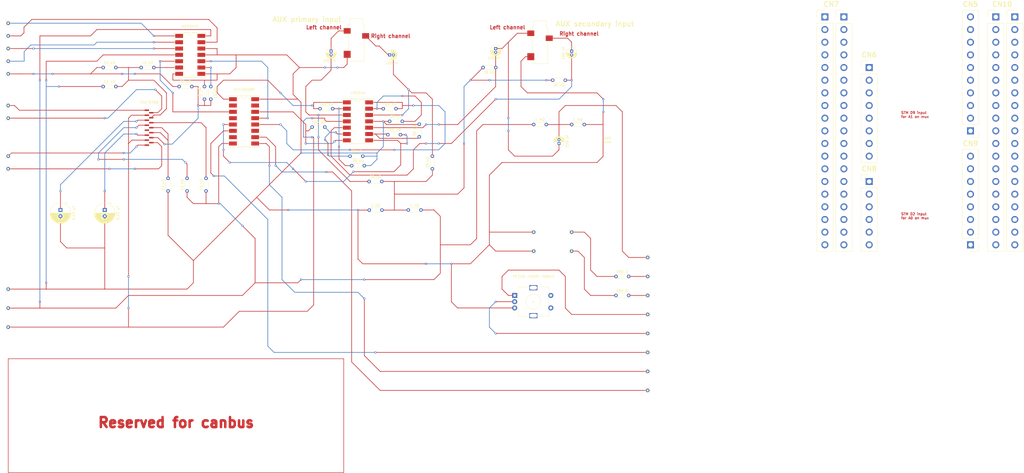
<source format=kicad_pcb>
(kicad_pcb (version 20221018) (generator pcbnew)
  (layers (0 "F.Cu" signal) (31 "B.Cu" signal) (34 "B.Paste" user) (35 "F.Paste" user) (36 "B.SilkS" user "B.Silkscreen") (37 "F.SilkS" user "F.Silkscreen") (38 "B.Mask" user) (39 "F.Mask" user) (44 "Edge.Cuts" user))
  (net 0 "")
  (footprint "Resistor_THT:R_Axial_DIN0204_L3.6mm_D1.6mm_P5.08mm_Horizontal" (layer "F.Cu") (at 238.76 38.1 180)
    (fp_text reference "39 kΩ")
    (fp_text value "R_Axial_DIN0204_L3.6mm_D1.6mm_P5.08mm_Horizontal" hide)
  )
  (footprint "Connector_Pin:Pin_D0.7mm_L6.5mm_W1.8mm_FlatFork" (layer "F.Cu") (at 15.24 129.54)
    (fp_text reference "REF**" hide)
    (fp_text value "Pin_D0.7mm_L6.5mm_W1.8mm_FlatFork" hide)
  )
  (footprint "Connector_Pin:Pin_D0.7mm_L6.5mm_W1.8mm_FlatFork" (layer "F.Cu") (at 271.78 109.22)
    (fp_text reference "REF**" hide)
    (fp_text value "Pin_D0.7mm_L6.5mm_W1.8mm_FlatFork" hide)
  )
  (footprint "Connector_Pin:Pin_D0.7mm_L6.5mm_W1.8mm_FlatFork" (layer "F.Cu") (at 271.78 162.56)
    (fp_text reference "REF**" hide)
    (fp_text value "Pin_D0.7mm_L6.5mm_W1.8mm_FlatFork" hide)
  )
  (footprint "Resistor_THT:R_Axial_DIN0204_L3.6mm_D1.6mm_P5.08mm_Horizontal" (layer "F.Cu") (at 96.52 40.64 -90)
    (fp_text reference "10 kΩ")
    (fp_text value "R_Axial_DIN0204_L3.6mm_D1.6mm_P5.08mm_Horizontal" hide)
  )
  (footprint "Connector_Audio:Jack_3.5mm_CUI_SJ-3523-SMT_Horizontal" (layer "F.Cu") (at 228.6 22.86)
    (fp_text reference "AUX secondary input")
    (fp_text value "Jack_3.5mm_CUI_SJ-3523-SMT_Horizontal" hide)
  )
  (footprint "Resistor_THT:R_Axial_DIN0204_L3.6mm_D1.6mm_P5.08mm_Horizontal" (layer "F.Cu") (at 94.615 82.55 90)
    (fp_text reference "10 kΩ")
    (fp_text value "R_Axial_DIN0204_L3.6mm_D1.6mm_P5.08mm_Horizontal" hide)
  )
  (footprint "Connector_Pin:Pin_D0.7mm_L6.5mm_W1.8mm_FlatFork" (layer "F.Cu") (at 15.24 35.56)
    (fp_text reference "REF**" hide)
    (fp_text value "Pin_D0.7mm_L6.5mm_W1.8mm_FlatFork" hide)
  )
  (footprint "Resistor_THT:R_Axial_DIN0204_L3.6mm_D1.6mm_P5.08mm_Horizontal" (layer "F.Cu") (at 175.768113 90.173468)
    (fp_text reference "4 kΩ")
    (fp_text value "R_Axial_DIN0204_L3.6mm_D1.6mm_P5.08mm_Horizontal" hide)
  )
  (footprint "Capacitor_THT:CP_Radial_D4.0mm_P1.50mm" (layer "F.Cu") (at 210.82 25.4 -90)
    (fp_text reference "100 nf")
    (fp_text value "CP_Radial_D4.0mm_P1.50mm" hide)
  )
  (footprint "Connector_Samtec_HPM_THT:Samtec_HPM-19-05-x-S_Straight_1x19_Pitch5.08mm" (layer "F.Cu") (at 419.1 12.705)
    (fp_text reference "CN10")
    (fp_text value "Samtec_HPM-19-05-x-S_Straight_1x19_Pitch5.08mm" hide)
  )
  (footprint "Connector_Pin:Pin_D0.7mm_L6.5mm_W1.8mm_FlatFork" (layer "F.Cu") (at 271.78 116.84)
    (fp_text reference "REF**" hide)
    (fp_text value "Pin_D0.7mm_L6.5mm_W1.8mm_FlatFork" hide)
  )
  (footprint "Resistor_THT:R_Axial_DIN0204_L3.6mm_D1.6mm_P5.08mm_Horizontal" (layer "F.Cu") (at 137.184279 56.898461)
    (fp_text reference "100 kΩ")
    (fp_text value "R_Axial_DIN0204_L3.6mm_D1.6mm_P5.08mm_Horizontal" hide)
  )
  (footprint "Connector_Samtec_HPM_THT:Samtec_HPM-10-05-x-S_Straight_1x10_Pitch5.08mm" (layer "F.Cu") (at 401.32 58.42 180)
    (fp_text reference "CN5")
    (fp_text value "Samtec_HPM-10-05-x-S_Straight_1x10_Pitch5.08mm" hide)
  )
  (footprint "Resistor_THT:R_Axial_DIN0204_L3.6mm_D1.6mm_P5.08mm_Horizontal" (layer "F.Cu") (at 168.275 54.61)
    (fp_text reference "39 kΩ")
    (fp_text value "R_Axial_DIN0204_L3.6mm_D1.6mm_P5.08mm_Horizontal" hide)
  )
  (footprint "Connector_Pin:Pin_D0.7mm_L6.5mm_W1.8mm_FlatFork" (layer "F.Cu") (at 15.24 137.16)
    (fp_text reference "REF**" hide)
    (fp_text value "Pin_D0.7mm_L6.5mm_W1.8mm_FlatFork" hide)
  )
  (footprint "Resistor_THT:R_Axial_DIN0204_L3.6mm_D1.6mm_P5.08mm_Horizontal" (layer "F.Cu") (at 180.176076 60.818788 90)
    (fp_text reference "39 kΩ")
    (fp_text value "R_Axial_DIN0204_L3.6mm_D1.6mm_P5.08mm_Horizontal" hide)
  )
  (footprint "Resistor_THT:R_Axial_DIN0204_L3.6mm_D1.6mm_P5.08mm_Horizontal" (layer "F.Cu") (at 160.104479 90.225163)
    (fp_text reference "1 kΩ")
    (fp_text value "R_Axial_DIN0204_L3.6mm_D1.6mm_P5.08mm_Horizontal" hide)
  )
  (footprint "Resistor_THT:R_Axial_DIN0204_L3.6mm_D1.6mm_P5.08mm_Horizontal" (layer "F.Cu") (at 153.035 72.39)
    (fp_text reference "39 kΩ")
    (fp_text value "R_Axial_DIN0204_L3.6mm_D1.6mm_P5.08mm_Horizontal" hide)
  )
  (footprint "Connector_Pin:Pin_D0.7mm_L6.5mm_W1.8mm_FlatFork" (layer "F.Cu") (at 271.78 154.94)
    (fp_text reference "REF**" hide)
    (fp_text value "Pin_D0.7mm_L6.5mm_W1.8mm_FlatFork" hide)
  )
  (footprint "Resistor_THT:R_Axial_DIN0204_L3.6mm_D1.6mm_P5.08mm_Horizontal" (layer "F.Cu") (at 93.98 45.72 90)
    (fp_text reference "10 kΩ")
    (fp_text value "R_Axial_DIN0204_L3.6mm_D1.6mm_P5.08mm_Horizontal" hide)
  )
  (footprint "Resistor_THT:R_Axial_DIN0204_L3.6mm_D1.6mm_P5.08mm_Horizontal" (layer "F.Cu") (at 160.02 78.74)
    (fp_text reference "39 kΩ")
    (fp_text value "R_Axial_DIN0204_L3.6mm_D1.6mm_P5.08mm_Horizontal" hide)
  )
  (footprint "Capacitor_THT:CP_Radial_D8.0mm_P2.50mm" (layer "F.Cu") (at 53.975 90.17 -90)
    (fp_text reference "0.22 μf")
    (fp_text value "CP_Radial_D8.0mm_P2.50mm" hide)
  )
  (footprint "Connector_Samtec_HPM_THT:Samtec_HPM-06-05-x-S_Straight_1x06_Pitch5.08mm" (layer "F.Cu") (at 360.68 78.74)
    (fp_text reference "CN8")
    (fp_text value "Samtec_HPM-06-05-x-S_Straight_1x06_Pitch5.08mm" hide)
  )
  (footprint "Resistor_THT:R_Axial_DIN0204_L3.6mm_D1.6mm_P5.08mm_Horizontal" (layer "F.Cu") (at 226.06 55.88)
    (fp_text reference "1 MΩ")
    (fp_text value "R_Axial_DIN0204_L3.6mm_D1.6mm_P5.08mm_Horizontal" hide)
  )
  (footprint "Connector_Pin:Pin_D0.7mm_L6.5mm_W1.8mm_FlatFork" (layer "F.Cu") (at 15.24 15.24)
    (fp_text reference "REF**" hide)
    (fp_text value "Pin_D0.7mm_L6.5mm_W1.8mm_FlatFork" hide)
  )
  (footprint "Capacitor_THT:CP_Radial_D4.0mm_P1.50mm" (layer "F.Cu") (at 144.78 26.44 -90)
    (fp_text reference "100 nf")
    (fp_text value "CP_Radial_D4.0mm_P1.50mm" hide)
  )
  (footprint "Connector_Pin:Pin_D0.7mm_L6.5mm_W1.8mm_FlatFork" (layer "F.Cu") (at 241.3 106.68)
    (fp_text reference "REF**" hide)
    (fp_text value "Pin_D0.7mm_L6.5mm_W1.8mm_FlatFork" hide)
  )
  (footprint "Package_DIP:DIP-14_W8.89mm_SMDSocket_LongPads" (layer "F.Cu") (at 88.265 27.94)
    (fp_text reference "MCP24X1")
    (fp_text value "DIP-14_W8.89mm_SMDSocket_LongPads" hide)
  )
  (footprint "Resistor_THT:R_Axial_DIN0204_L3.6mm_D1.6mm_P5.08mm_Horizontal" (layer "F.Cu") (at 185.42 73.66 90)
    (fp_text reference "39 kΩ")
    (fp_text value "R_Axial_DIN0204_L3.6mm_D1.6mm_P5.08mm_Horizontal" hide)
  )
  (footprint "Capacitor_THT:CP_Radial_D4.0mm_P1.50mm" (layer "F.Cu") (at 168.275 27.94)
    (fp_text reference "100 nf")
    (fp_text value "CP_Radial_D4.0mm_P1.50mm" hide)
  )
  (footprint "Connector_Pin:Pin_D0.7mm_L6.5mm_W1.8mm_FlatFork" (layer "F.Cu") (at 226.06 99.06)
    (fp_text reference "REF**" hide)
    (fp_text value "Pin_D0.7mm_L6.5mm_W1.8mm_FlatFork" hide)
  )
  (footprint "Rotary_Encoder:RotaryEncoder_Alps_EC11E-Switch_Vertical_H20mm" (layer "F.Cu") (at 218.44 124.46)
    (fp_text reference "PEC16-4020F-S0012")
    (fp_text value "RotaryEncoder_Alps_EC11E-Switch_Vertical_H20mm" hide)
  )
  (footprint "Resistor_THT:R_Axial_DIN0204_L3.6mm_D1.6mm_P5.08mm_Horizontal" (layer "F.Cu") (at 53.34 40.64)
    (fp_text reference "10 kΩ")
    (fp_text value "R_Axial_DIN0204_L3.6mm_D1.6mm_P5.08mm_Horizontal" hide)
  )
  (footprint "Resistor_THT:R_Axial_DIN0204_L3.6mm_D1.6mm_P5.08mm_Horizontal" (layer "F.Cu") (at 165.735 49.53)
    (fp_text reference "100 kΩ")
    (fp_text value "R_Axial_DIN0204_L3.6mm_D1.6mm_P5.08mm_Horizontal" hide)
  )
  (footprint "Resistor_THT:R_Axial_DIN0204_L3.6mm_D1.6mm_P5.08mm_Horizontal" (layer "F.Cu") (at 152.4 68.58)
    (fp_text reference "39 kΩ")
    (fp_text value "R_Axial_DIN0204_L3.6mm_D1.6mm_P5.08mm_Horizontal" hide)
  )
  (footprint "Connector_Pin:Pin_D0.7mm_L6.5mm_W1.8mm_FlatFork" (layer "F.Cu") (at 241.3 99.06)
    (fp_text reference "REF**" hide)
    (fp_text value "Pin_D0.7mm_L6.5mm_W1.8mm_FlatFork" hide)
  )
  (footprint "Connector_Samtec_HPM_THT:Samtec_HPM-19-05-x-S_Straight_1x19_Pitch5.08mm" (layer "F.Cu") (at 342.9 12.7)
    (fp_text reference "REF**" hide)
    (fp_text value "Samtec_HPM-19-05-x-S_Straight_1x19_Pitch5.08mm" hide)
  )
  (footprint "Connector_Pin:Pin_D0.7mm_L6.5mm_W1.8mm_FlatFork" (layer "F.Cu") (at 271.78 124.46)
    (fp_text reference "REF**" hide)
    (fp_text value "Pin_D0.7mm_L6.5mm_W1.8mm_FlatFork" hide)
  )
  (footprint "Connector_Pin:Pin_D0.7mm_L6.5mm_W1.8mm_FlatFork" (layer "F.Cu") (at 271.78 147.32)
    (fp_text reference "REF**" hide)
    (fp_text value "Pin_D0.7mm_L6.5mm_W1.8mm_FlatFork" hide)
  )
  (footprint "Connector_Pin:Pin_D0.7mm_L6.5mm_W1.8mm_FlatFork" (layer "F.Cu") (at 15.24 25.4)
    (fp_text reference "REF**" hide)
    (fp_text value "Pin_D0.7mm_L6.5mm_W1.8mm_FlatFork" hide)
  )
  (footprint "Connector_Pin:Pin_D0.7mm_L6.5mm_W1.8mm_FlatFork" (layer "F.Cu") (at 271.78 132.08)
    (fp_text reference "REF**" hide)
    (fp_text value "Pin_D0.7mm_L6.5mm_W1.8mm_FlatFork" hide)
  )
  (footprint "Resistor_THT:R_Axial_DIN0204_L3.6mm_D1.6mm_P5.08mm_Horizontal" (layer "F.Cu") (at 79.375 82.55 90)
    (fp_text reference "22 kΩ")
    (fp_text value "R_Axial_DIN0204_L3.6mm_D1.6mm_P5.08mm_Horizontal" hide)
  )
  (footprint "Capacitor_THT:CP_Radial_D8.0mm_P2.50mm" (layer "F.Cu") (at 36.195 90.17 -90)
    (fp_text reference "0.22 μf")
    (fp_text value "CP_Radial_D8.0mm_P2.50mm" hide)
  )
  (footprint "Connector_Pin:Pin_D0.7mm_L6.5mm_W1.8mm_FlatFork" (layer "F.Cu") (at 15.24 73.66)
    (fp_text reference "REF**" hide)
    (fp_text value "Pin_D0.7mm_L6.5mm_W1.8mm_FlatFork" hide)
  )
  (footprint "Capacitor_THT:CP_Radial_D4.0mm_P1.50mm" (layer "F.Cu") (at 236.22 63.5 90)
    (fp_text reference "220 pf")
    (fp_text value "CP_Radial_D4.0mm_P1.50mm" hide)
  )
  (footprint "Connector_Pin:Pin_D0.7mm_L6.5mm_W1.8mm_FlatFork" (layer "F.Cu") (at 15.24 30.48)
    (fp_text reference "REF**" hide)
    (fp_text value "Pin_D0.7mm_L6.5mm_W1.8mm_FlatFork" hide)
  )
  (footprint "Connector_Pin:Pin_D0.7mm_L6.5mm_W1.8mm_FlatFork" (layer "F.Cu") (at 271.78 139.7)
    (fp_text reference "REF**" hide)
    (fp_text value "Pin_D0.7mm_L6.5mm_W1.8mm_FlatFork" hide)
  )
  (footprint "Connector_Pin:Pin_D0.7mm_L6.5mm_W1.8mm_FlatFork" (layer "F.Cu") (at 15.24 48.26)
    (fp_text reference "REF**" hide)
    (fp_text value "Pin_D0.7mm_L6.5mm_W1.8mm_FlatFork" hide)
  )
  (footprint "Connector_Pin:Pin_D0.7mm_L6.5mm_W1.8mm_FlatFork" (layer "F.Cu") (at 15.24 53.34)
    (fp_text reference "REF**" hide)
    (fp_text value "Pin_D0.7mm_L6.5mm_W1.8mm_FlatFork" hide)
  )
  (footprint "Connector_Samtec_HPM_THT:Samtec_HPM-08-05-x-S_Straight_1x08_Pitch5.08mm" (layer "F.Cu") (at 360.68 33.02)
    (fp_text reference "CN6")
    (fp_text value "Samtec_HPM-08-05-x-S_Straight_1x08_Pitch5.08mm" hide)
  )
  (footprint "Resistor_THT:R_Axial_DIN0204_L3.6mm_D1.6mm_P5.08mm_Horizontal" (layer "F.Cu") (at 83.82 40.64)
    (fp_text reference "33 kΩ")
    (fp_text value "R_Axial_DIN0204_L3.6mm_D1.6mm_P5.08mm_Horizontal" hide)
  )
  (footprint "Connector_Samtec_HPM_THT:Samtec_HPM-19-05-x-S_Straight_1x19_Pitch5.08mm" (layer "F.Cu") (at 350.52 12.705)
    (fp_text reference "CN7")
    (fp_text value "Samtec_HPM-19-05-x-S_Straight_1x19_Pitch5.08mm" hide)
  )
  (footprint "Capacitor_THT:CP_Radial_D4.0mm_P1.50mm" (layer "F.Cu") (at 241.3 26.44 -90)
    (fp_text reference "100 nf")
    (fp_text value "CP_Radial_D4.0mm_P1.50mm" hide)
  )
  (footprint "Connector_Pin:Pin_D0.7mm_L6.5mm_W1.8mm_FlatFork" (layer "F.Cu") (at 15.24 20.32)
    (fp_text reference "REF**" hide)
    (fp_text value "Pin_D0.7mm_L6.5mm_W1.8mm_FlatFork" hide)
  )
  (footprint "Connector_Audio:Jack_3.5mm_CUI_SJ-3523-SMT_Horizontal" (layer "F.Cu") (at 154.94 21.92)
    (fp_text reference "AUX primary input")
    (fp_text value "Jack_3.5mm_CUI_SJ-3523-SMT_Horizontal" hide)
  )
  (footprint "Resistor_THT:R_Axial_DIN0204_L3.6mm_D1.6mm_P5.08mm_Horizontal" (layer "F.Cu") (at 53.34 33.02)
    (fp_text reference "33 kΩ")
    (fp_text value "R_Axial_DIN0204_L3.6mm_D1.6mm_P5.08mm_Horizontal" hide)
  )
  (footprint "Resistor_THT:R_Axial_DIN0204_L3.6mm_D1.6mm_P5.08mm_Horizontal" (layer "F.Cu") (at 210.82 33.02 180)
    (fp_text reference "39 kΩ")
    (fp_text value "R_Axial_DIN0204_L3.6mm_D1.6mm_P5.08mm_Horizontal" hide)
  )
  (footprint "Connector_Pin:Pin_D0.7mm_L6.5mm_W1.8mm_FlatFork" (layer "F.Cu") (at 15.24 121.92)
    (fp_text reference "REF**" hide)
    (fp_text value "Pin_D0.7mm_L6.5mm_W1.8mm_FlatFork" hide)
  )
  (footprint "Connector_Pin:Pin_D0.7mm_L6.5mm_W1.8mm_FlatFork" (layer "F.Cu") (at 226.06 106.68)
    (fp_text reference "REF**" hide)
    (fp_text value "Pin_D0.7mm_L6.5mm_W1.8mm_FlatFork" hide)
  )
  (footprint "Connector_Samtec_HPM_THT:Samtec_HPM-19-05-x-S_Straight_1x19_Pitch5.08mm" (layer "F.Cu") (at 411.48 12.7)
    (fp_text reference "REF**" hide)
    (fp_text value "Samtec_HPM-19-05-x-S_Straight_1x19_Pitch5.08mm" hide)
  )
  (footprint "Connector_Samtec_HPM_THT:Samtec_HPM-08-05-x-S_Straight_1x08_Pitch5.08mm" (layer "F.Cu") (at 401.32 104.14 180)
    (fp_text reference "CN9")
    (fp_text value "Samtec_HPM-08-05-x-S_Straight_1x08_Pitch5.08mm" hide)
  )
  (footprint "Resistor_THT:R_Axial_DIN0204_L3.6mm_D1.6mm_P5.08mm_Horizontal" (layer "F.Cu") (at 167.540695 59.950993)
    (fp_text reference "100 kΩ")
    (fp_text value "R_Axial_DIN0204_L3.6mm_D1.6mm_P5.08mm_Horizontal" hide)
  )
  (footprint "Connector_Pin:Pin_D0.7mm_L6.5mm_W1.8mm_FlatFork" (layer "F.Cu") (at 15.24 68.58)
    (fp_text reference "REF**" hide)
    (fp_text value "Pin_D0.7mm_L6.5mm_W1.8mm_FlatFork" hide)
  )
  (footprint "Package_DIP:DIP-16_W8.89mm_SMDSocket_LongPads" (layer "F.Cu") (at 109.855 54.61)
    (fp_text reference "HEF4052BP")
    (fp_text value "DIP-16_W8.89mm_SMDSocket_LongPads" hide)
  )
  (footprint "Resistor_THT:R_Axial_DIN0204_L3.6mm_D1.6mm_P5.08mm_Horizontal" (layer "F.Cu") (at 140.335 49.53)
    (fp_text reference "100 kΩ")
    (fp_text value "R_Axial_DIN0204_L3.6mm_D1.6mm_P5.08mm_Horizontal" hide)
  )
  (footprint "Resistor_THT:R_Axial_DIN0204_L3.6mm_D1.6mm_P5.08mm_Horizontal" (layer "F.Cu") (at 259.08 116.84)
    (fp_text reference "560 Ω")
    (fp_text value "R_Axial_DIN0204_L3.6mm_D1.6mm_P5.08mm_Horizontal" hide)
  )
  (footprint "Resistor_THT:R_Axial_DIN0204_L3.6mm_D1.6mm_P5.08mm_Horizontal" (layer "F.Cu") (at 68.58 33.02)
    (fp_text reference "10 kΩ")
    (fp_text value "R_Axial_DIN0204_L3.6mm_D1.6mm_P5.08mm_Horizontal" hide)
  )
  (footprint "Resistor_THT:R_Axial_DIN0204_L3.6mm_D1.6mm_P5.08mm_Horizontal" (layer "F.Cu") (at 241.3 55.88)
    (fp_text reference "1 MΩ")
    (fp_text value "R_Axial_DIN0204_L3.6mm_D1.6mm_P5.08mm_Horizontal" hide)
  )
  (footprint "Connector_PinHeader_1.00mm:PinHeader_1x15_P1.00mm_Vertical_SMD_Pin1Left" (layer "F.Cu") (at 71.755 57.15)
    (fp_text reference "TDA7376B")
    (fp_text value "PinHeader_1x15_P1.00mm_Vertical_SMD_Pin1Left" hide)
  )
  (footprint "Package_DIP:DIP-14_W8.89mm_SMDSocket_LongPads" (layer "F.Cu") (at 155.575 54.61)
    (fp_text reference "LM324N")
    (fp_text value "DIP-14_W8.89mm_SMDSocket_LongPads" hide)
  )
  (footprint "Resistor_THT:R_Axial_DIN0204_L3.6mm_D1.6mm_P5.08mm_Horizontal" (layer "F.Cu") (at 259.08 124.46)
    (fp_text reference "560 Ω")
    (fp_text value "R_Axial_DIN0204_L3.6mm_D1.6mm_P5.08mm_Horizontal" hide)
  )
  (footprint "Resistor_THT:R_Axial_DIN0204_L3.6mm_D1.6mm_P5.08mm_Horizontal" (layer "F.Cu") (at 86.995 82.55 90)
    (fp_text reference "10 kΩ")
    (fp_text value "R_Axial_DIN0204_L3.6mm_D1.6mm_P5.08mm_Horizontal" hide)
  )
  (gr_rect (start 15.24 149.86) (end 149.86 195.58) (stroke (width 0.2)) (fill none) (layer "F.Cu"))
  (gr_text "Right channel" (at 160.61953 21.264387) (layer "F.Cu") (effects (font (size 1.5 1.5) (thickness 0.3) bold) (justify left bottom)))
  (gr_text "Right channel" (at 236.22 20.32) (layer "F.Cu") (effects (font (size 1.5 1.5) (thickness 0.3) bold) (justify left bottom)))
  (gr_text "Left channel" (at 134.62 17.78) (layer "F.Cu") (effects (font (size 1.5 1.5) (thickness 0.3) bold) (justify left bottom)))
  (gr_text "STM D9 input\nfor A1 on mux" (at 373.38 53.34) (layer "F.Cu") (effects (font (size 1 1) (thickness 0.2) bold) (justify left bottom)))
  (gr_text "Reserved for canbus" (at 50.8 177.8) (layer "F.Cu") (effects (font (size 4 4) (thickness 1) bold) (justify left bottom)))
  (gr_text "STM D2 input\nfor A0 on mux\n" (at 373.38 93.98) (layer "F.Cu") (effects (font (size 1 1) (thickness 0.2) bold) (justify left bottom)))
  (gr_text "Left channel" (at 208.28 17.78) (layer "F.Cu") (effects (font (size 1.5 1.5) (thickness 0.3) bold) (justify left bottom)))
  (gr_text "GND\nwire" (at 254 63.5) (layer "F.SilkS") (effects (font (size 1 1)) (justify left bottom)))
  (segment (start 223.52 43.18) (end 220.98 40.64) (width 0.25) (layer "F.Cu") (net 0))
  (segment (start 153.035 82.55) (end 145.415 74.93) (width 0.25) (layer "F.Cu") (net 0))
  (segment (start 151.13 46.99) (end 137.795 46.99) (width 0.25) (layer "F.Cu") (net 0))
  (segment (start 114.3 119.38) (end 131.445 119.38) (width 0.25) (layer "F.Cu") (net 0))
  (segment (start 114.3 101.6) (end 109.22 96.52) (width 0.25) (layer "F.Cu") (net 0))
  (segment (start 53.975 92.67) (end 53.975 121.92) (width 0.25) (layer "F.Cu") (net 0))
  (segment (start 233.68 68.58) (end 236.22 66.04) (width 0.25) (layer "F.Cu") (net 0))
  (segment (start 15.24 25.4) (end 25.4 25.4) (width 0.25) (layer "F.Cu") (net 0))
  (segment (start 254 45.72) (end 251.46 43.18) (width 0.25) (layer "F.Cu") (net 0))
  (segment (start 157.48 111.76) (end 182.88 111.76) (width 0.25) (layer "F.Cu") (net 0))
  (segment (start 218.44 68.58) (end 233.68 68.58) (width 0.25) (layer "F.Cu") (net 0))
  (segment (start 76.835 57.15) (end 72.63 57.15) (width 0.25) (layer "F.Cu") (net 0))
  (segment (start 208.28 104.14) (end 208.28 76.2) (width 0.25) (layer "F.Cu") (net 0))
  (segment (start 96.52 63.5) (end 96.52 75.326218) (width 0.25) (layer "F.Cu") (net 0))
  (segment (start 241.3 38.1) (end 241.3 27.94) (width 0.25) (layer "F.Cu") (net 0))
  (segment (start 200.66 38.1) (end 205.74 33.02) (width 0.25) (layer "F.Cu") (net 0))
  (segment (start 72.63 61.15) (end 75.28717 61.15) (width 0.25) (layer "F.Cu") (net 0))
  (segment (start 186.051532 90.173468) (end 180.848113 90.173468) (width 0.25) (layer "F.Cu") (net 0))
  (segment (start 160.02 52.07) (end 173.355 52.07) (width 0.25) (layer "F.Cu") (net 0))
  (segment (start 137.16 38.1) (end 140.74 38.1) (width 0.25) (layer "F.Cu") (net 0))
  (segment (start 248.92 101.6) (end 246.38 99.06) (width 0.25) (layer "F.Cu") (net 0))
  (segment (start 160.02 54.61) (end 168.275 54.61) (width 0.25) (layer "F.Cu") (net 0))
  (segment (start 195.5 129.46) (end 193.04 127) (width 0.25) (layer "F.Cu") (net 0))
  (segment (start 168.275 27.94) (end 167.64 27.94) (width 0.25) (layer "F.Cu") (net 0))
  (segment (start 76.295 59.15) (end 72.63 59.15) (width 0.25) (layer "F.Cu") (net 0))
  (segment (start 99.695 64.77) (end 99.695 87.63) (width 0.25) (layer "F.Cu") (net 0))
  (segment (start 137.16 48.26) (end 137.795 48.26) (width 0.25) (layer "F.Cu") (net 0))
  (segment (start 241.3 22.86) (end 239.7 21.26) (width 0.25) (layer "F.Cu") (net 0))
  (segment (start 50.8 33.02) (end 53.34 33.02) (width 0.25) (layer "F.Cu") (net 0))
  (segment (start 119.38 38.1) (end 124.46 43.18) (width 0.25) (layer "F.Cu") (net 0))
  (segment (start 259.08 124.46) (end 248.92 124.46) (width 0.25) (layer "F.Cu") (net 0))
  (segment (start 135.89 52.07) (end 134.62 50.8) (width 0.25) (layer "F.Cu") (net 0))
  (segment (start 185.42 76.2) (end 185.42 73.66) (width 0.25) (layer "F.Cu") (net 0))
  (segment (start 137.795 128.27) (end 135.255 130.81) (width 0.25) (layer "F.Cu") (net 0))
  (segment (start 78.74 43.18) (end 78.74 49.53) (width 0.25) (layer "F.Cu") (net 0))
  (segment (start 175.716418 90.225163) (end 175.768113 90.173468) (width 0) (layer "F.Cu") (net 0))
  (segment (start 114.3 119.38) (end 109.22 124.46) (width 0.25) (layer "F.Cu") (net 0))
  (segment (start 164.465 154.94) (end 271.78 154.94) (width 0.25) (layer "F.Cu") (net 0))
  (segment (start 36.195 82.55) (end 36.195 90.17) (width 0.25) (layer "F.Cu") (net 0))
  (segment (start 200.66 104.14) (end 203.2 101.6) (width 0.25) (layer "F.Cu") (net 0))
  (segment (start 231.14 38.1) (end 233.68 38.1) (width 0.25) (layer "F.Cu") (net 0))
  (segment (start 118.745 63.5) (end 114.3 63.5) (width 0.25) (layer "F.Cu") (net 0))
  (segment (start 36.195 102.87) (end 36.195 92.67) (width 0.25) (layer "F.Cu") (net 0))
  (segment (start 129.54 43.815) (end 129.54 35.56) (width 0.25) (layer "F.Cu") (net 0))
  (segment (start 63.5 53.34) (end 64.69 52.15) (width 0.25) (layer "F.Cu") (net 0))
  (segment (start 38.735 105.41) (end 36.195 102.87) (width 0.25) (layer "F.Cu") (net 0))
  (segment (start 178.435 54.61) (end 173.355 54.61) (width 0.25) (layer "F.Cu") (net 0))
  (segment (start 17.78 48.26) (end 19.67 50.15) (width 0.25) (layer "F.Cu") (net 0))
  (segment (start 53.975 90.17) (end 53.975 82.55) (width 0.25) (layer "F.Cu") (net 0))
  (segment (start 76.835 72.39) (end 75.565 73.66) (width 0.25) (layer "F.Cu") (net 0))
  (segment (start 160.02 49.53) (end 165.735 49.53) (width 0.25) (layer "F.Cu") (net 0))
  (segment (start 134.62 58.42) (end 135.66274 58.42) (width 0.25) (layer "F.Cu") (net 0))
  (segment (start 67.135 54.15) (end 66.675 54.61) (width 0.25) (layer "F.Cu") (net 0))
  (segment (start 76.835 44.45) (end 74.295 41.91) (width 0.25) (layer "F.Cu") (net 0))
  (segment (start 92.71 27.94) (end 127 27.94) (width 0.25) (layer "F.Cu") (net 0))
  (segment (start 75.565 73.66) (end 66.04 73.66) (width 0.25) (layer "F.Cu") (net 0))
  (segment (start 21.560683 16.856424) (end 24.68824 13.728867) (width 0.25) (layer "F.Cu") (net 0))
  (segment (start 79.375 62.23) (end 76.295 59.15) (width 0.25) (layer "F.Cu") (net 0))
  (segment (start 178.435 44.45) (end 180.975 46.99) (width 0.25) (layer "F.Cu") (net 0))
  (segment (start 24.68824 13.728867) (end 95.614001 13.728867) (width 0.25) (layer "F.Cu") (net 0))
  (segment (start 99.06 38.1) (end 99.06 35.56) (width 0.25) (layer "F.Cu") (net 0))
  (segment (start 172.654431 59.984729) (end 172.620695 59.950993) (width 0.25) (layer "F.Cu") (net 0))
  (segment (start 70.88 64.15) (end 67.295 64.15) (width 0.25) (layer "F.Cu") (net 0))
  (segment (start 92.71 35.56) (end 104.14 35.56) (width 0.25) (layer "F.Cu") (net 0))
  (segment (start 246.38 99.06) (end 241.3 99.06) (width 0.25) (layer "F.Cu") (net 0))
  (segment (start 79.375 77.47) (end 79.375 59.69) (width 0.25) (layer "F.Cu") (net 0))
  (segment (start 99.06 22.86) (end 92.71 22.86) (width 0.25) (layer "F.Cu") (net 0))
  (segment (start 146.05 57.15) (end 144.78 58.42) (width 0.25) (layer "F.Cu") (net 0))
  (segment (start 63.5 124.46) (end 58.42 129.54) (width 0.25) (layer "F.Cu") (net 0))
  (segment (start 96.52 75.326218) (end 97.721912 76.52813) (width 0.25) (layer "F.Cu") (net 0))
  (segment (start 151.13 59.69) (end 147.356253 59.69) (width 0.25) (layer "F.Cu") (net 0))
  (segment (start 147.955 64.77) (end 147.955 69.85) (width 0.25) (layer "F.Cu") (net 0))
  (segment (start 73.66 38.1) (end 78.74 43.18) (width 0.25) (layer "F.Cu") (net 0))
  (segment (start 177.8 73.66) (end 177.8 66.04) (width 0.25) (layer "F.Cu") (net 0))
  (segment (start 81.28 43.18) (end 81.28 50.8) (width 0.25) (layer "F.Cu") (net 0))
  (segment (start 261.62 106.68) (end 264.16 109.22) (width 0.25) (layer "F.Cu") (net 0))
  (segment (start 241.3 38.1) (end 238.76 38.1) (width 0.25) (layer "F.Cu") (net 0))
  (segment (start 215.9 114.3) (end 236.22 114.3) (width 0.25) (layer "F.Cu") (net 0))
  (segment (start 75.215 63.15) (end 76.835 64.77) (width 0.25) (layer "F.Cu") (net 0))
  (segment (start 246.38 121.92) (end 246.38 109.22) (width 0.25) (layer "F.Cu") (net 0))
  (segment (start 213.36 116.84) (end 215.9 114.3) (width 0.25) (layer "F.Cu") (net 0))
  (segment (start 55.88 73.66) (end 15.24 73.66) (width 0.25) (layer "F.Cu") (net 0))
  (segment (start 180.176076 55.738788) (end 180.034864 55.88) (width 0.25) (layer "F.Cu") (net 0))
  (segment (start 48.26 35.56) (end 60.96 35.56) (width 0.25) (layer "F.Cu") (net 0))
  (segment (start 114.3 119.38) (end 114.3 101.6) (width 0.25) (layer "F.Cu") (net 0))
  (segment (start 236.22 50.8) (end 238.76 48.26) (width 0.25) (layer "F.Cu") (net 0))
  (segment (start 127.635 90.17) (end 120.015 90.17) (width 0.25) (layer "F.Cu") (net 0))
  (segment (start 174.7172 59.984729) (end 172.654431 59.984729) (width 0.25) (layer "F.Cu") (net 0))
  (segment (start 218.44 124.46) (end 215.9 124.46) (width 0.25) (layer "F.Cu") (net 0))
  (segment (start 137.795 60.96) (end 137.795 128.27) (width 0.25) (layer "F.Cu") (net 0))
  (segment (start 114.3 45.72) (end 131.445 45.72) (width 0.25) (layer "F.Cu") (net 0))
  (segment (start 185.42 45.72) (end 185.42 68.58) (width 0.25) (layer "F.Cu") (net 0))
  (segment (start 101.6 45.72) (end 105.41 45.72) (width 0.25) (layer "F.Cu") (net 0))
  (segment (start 210.82 40.64) (end 210.82 26.9) (width 0.25) (layer "F.Cu") (net 0))
  (segment (start 104.14 35.56) (end 106.68 33.02) (width 0.25) (layer "F.Cu") (net 0))
  (segment (start 239.7 21.26) (end 232.3 21.26) (width 0.25) (layer "F.Cu") (net 0))
  (segment (start 86.36 71.12) (end 86.995 71.755) (width 0.25) (layer "F.Cu") (net 0))
  (segment (start 105.41 55.88) (end 101.6 55.88) (width 0.25) (layer "F.Cu") (net 0))
  (segment (start 153.035 151.13) (end 153.035 82.55) (width 0.25) (layer "F.Cu") (net 0))
  (segment (start 180.975 52.07) (end 178.435 54.61) (width 0.25) (layer "F.Cu") (net 0))
  (segment (start 155.575 109.855) (end 157.48 111.76) (width 0.25) (layer "F.Cu") (net 0))
  (segment (start 122.555 72.39) (end 122.555 64.77) (width 0.25) (layer "F.Cu") (net 0))
  (segment (start 152.4 78.74) (end 160.02 78.74) (width 0.25) (layer "F.Cu") (net 0))
  (segment (start 134.62 40.64) (end 137.16 38.1) (width 0.25) (layer "F.Cu") (net 0))
  (segment (start 160.02 59.69) (end 167.279702 59.69) (width 0.25) (layer "F.Cu") (net 0))
  (segment (start 51.435 69.85) (end 61.595 69.85) (width 0.25) (layer "F.Cu") (net 0))
  (segment (start 93.98 38.1) (end 93.98 40.64) (width 0.25) (layer "F.Cu") (net 0))
  (segment (start 155.575 90.17) (end 155.575 109.855) (width 0.25) (layer "F.Cu") (net 0))
  (segment (start 30.48 38.1) (end 30.48 30.48) (width 0.25) (layer "F.Cu") (net 0))
  (segment (start 160.02 46.99) (end 173.355 46.99) (width 0.25) (layer "F.Cu") (net 0))
  (segment (start 213.36 25.4) (end 210.82 25.4) (width 0.25) (layer "F.Cu") (net 0))
  (segment (start 100.965 63.5) (end 99.695 64.77) (width 0.25) (layer "F.Cu") (net 0))
  (segment (start 99.06 40.64) (end 101.6 38.1) (width 0.25) (layer "F.Cu") (net 0))
  (segment (start 73.66 22.86) (end 83.82 22.86) (width 0.25) (layer "F.Cu") (net 0))
  (segment (start 146.211689 62.612344) (end 146.594033 62.23) (width 0.25) (layer "F.Cu") (net 0))
  (segment (start 120.015 72.39) (end 120.015 64.77) (width 0.25) (layer "F.Cu") (net 0))
  (segment (start 182.88 43.18) (end 185.42 45.72) (width 0.25) (layer "F.Cu") (net 0))
  (segment (start 127 27.94) (end 132.08 33.02) (width 0.25) (layer "F.Cu") (net 0))
  (segment (start 155.575 90.17) (end 155.630163 90.225163) (width 0.25) (layer "F.Cu") (net 0))
  (segment (start 147.8 18.32) (end 144.78 21.34) (width 0.25) (layer "F.Cu") (net 0))
  (segment (start 17.78 48.26) (end 15.24 48.26) (width 0.25) (layer "F.Cu") (net 0))
  (segment (start 186.055 90.17) (end 186.051532 90.173468) (width 0.25) (layer "F.Cu") (net 0))
  (segment (start 181.61 57.15) (end 182.88 55.88) (width 0.25) (layer "F.Cu") (net 0))
  (segment (start 137.795 46.99) (end 137.795 49.53) (width 0.25) (layer "F.Cu") (net 0))
  (segment (start 81.28 35.56) (end 83.82 35.56) (width 0.25) (layer "F.Cu") (net 0))
  (segment (start 220.98 40.64) (end 220.98 30.48) (width 0.25) (layer "F.Cu") (net 0))
  (segment (start 241.3 26.44) (end 241.3 22.86) (width 0.25) (layer "F.Cu") (net 0))
  (segment (start 251.46 43.18) (end 223.52 43.18) (width 0.25) (layer "F.Cu") (net 0))
  (segment (start 172.72 63.5) (end 175.26 63.5) (width 0.25) (layer "F.Cu") (net 0))
  (segment (start 241.3 132.08) (end 271.78 132.08) (width 0.25) (layer "F.Cu") (net 0))
  (segment (start 75.215 51.15) (end 76.835 49.53) (width 0.25) (layer "F.Cu") (net 0))
  (segment (start 105.41 63.5) (end 100.965 63.5) (width 0.25) (layer "F.Cu") (net 0))
  (segment (start 203.2 101.6) (end 203.2 58.42) (width 0.25) (layer "F.Cu") (net 0))
  (segment (start 177.8 66.04) (end 180.34 63.5) (width 0.25) (layer "F.Cu") (net 0))
  (segment (start 158.115 148.59) (end 164.465 154.94) (width 0.25) (layer "F.Cu") (net 0))
  (segment (start 195.58 83.82) (end 198.12 81.28) (width 0.25) (layer "F.Cu") (net 0))
  (segment (start 164.465 162.56) (end 271.78 162.56) (width 0.25) (layer "F.Cu") (net 0))
  (segment (start 63.5 38.1) (end 73.66 38.1) (width 0.25) (layer "F.Cu") (net 0))
  (segment (start 119.38 53.34) (end 114.3 53.34) (width 0.25) (layer "F.Cu") (net 0))
  (segment (start 151.13 52.07) (end 135.89 52.07) (width 0.25) (layer "F.Cu") (net 0))
  (segment (start 236.22 66.04) (end 236.22 63.5) (width 0.25) (layer "F.Cu") (net 0))
  (segment (start 143.525664 63.251819) (end 143.525664 68.0767) (width 0.25) (layer "F.Cu") (net 0))
  (segment (start 231.14 55.88) (end 241.3 55.88) (width 0.25) (layer "F.Cu") (net 0))
  (segment (start 118.745 60.96) (end 114.3 60.96) (width 0.25) (layer "F.Cu") (net 0))
  (segment (start 149.86 33.02) (end 151.24 31.64) (width 0.25) (layer "F.Cu") (net 0))
  (segment (start 120.015 64.77) (end 118.745 63.5) (width 0.25) (layer "F.Cu") (net 0))
  (segment (start 78.74 33.02) (end 73.66 33.02) (width 0.25) (layer "F.Cu") (net 0))
  (segment (start 219.5 19.26) (end 224.9 19.26) (width 0.25) (layer "F.Cu") (net 0))
  (segment (start 195.58 55.88) (end 210.82 40.64) (width 0.25) (layer "F.Cu") (net 0))
  (segment (start 91.44 40.64) (end 88.9 40.64) (width 0.25) (layer "F.Cu") (net 0))
  (segment (start 172.72 72.110095) (end 170.014558 74.815537) (width 0.25) (layer "F.Cu") (net 0))
  (segment (start 101.6 68.58) (end 101.6 66.04) (width 0.25) (layer "F.Cu") (net 0))
  (segment (start 246.38 109.22) (end 243.84 106.68) (width 0.25) (layer "F.Cu") (net 0))
  (segment (start 20.32 35.56) (end 25.4 35.56) (width 0.25) (layer "F.Cu") (net 0))
  (segment (start 259.08 116.84) (end 251.46 116.84) (width 0.25) (layer "F.Cu") (net 0))
  (segment (start 64.69 52.15) (end 70.88 52.15) (width 0.25) (layer "F.Cu") (net 0))
  (segment (start 142.24 53.34) (end 142.24 53.975) (width 0.25) (layer "F.Cu") (net 0))
  (segment (start 135.66274 58.42) (end 137.184279 56.898461) (width 0.25) (layer "F.Cu") (net 0))
  (segment (start 79.375 100.33) (end 79.375 82.55) (width 0.25) (layer "F.Cu") (net 0))
  (segment (start 107.95 130.81) (end 101.6 137.16) (width 0.25) (layer "F.Cu") (net 0))
  (segment (start 213.36 121.92) (end 213.36 116.84) (width 0.25) (layer "F.Cu") (net 0))
  (segment (start 86.995 71.755) (end 86.995 77.47) (width 0.25) (layer "F.Cu") (net 0))
  (segment (start 226.06 99.06) (end 208.28 99.06) (width 0.25) (layer "F.Cu") (net 0))
  (segment (start 95.639849 13.703019) (end 99.06 17.12317) (width 0.25) (layer "F.Cu") (net 0))
  (segment (start 63.5 63.5) (end 64.85 62.15) (width 0.25) (layer "F.Cu") (net 0))
  (segment (start 15.24 20.32) (end 20.32 20.32) (width 0.25) (layer "F.Cu") (net 0))
  (segment (start 169.775 35.79) (end 177.165 43.18) (width 0.25) (layer "F.Cu") (net 0))
  (segment (start 76.835 64.77) (end 76.835 72.39) (width 0.25) (layer "F.Cu") (net 0))
  (segment (start 101.6 38.1) (end 119.38 38.1) (width 0.25) (layer "F.Cu") (net 0))
  (segment (start 30.48 30.48) (end 50.8 30.48) (width 0.25) (layer "F.Cu") (net 0))
  (segment (start 251.46 71.12) (end 253.900877 68.679123) (width 0.25) (layer "F.Cu") (net 0))
  (segment (start 142.38837 62.114525) (end 143.525664 63.251819) (width 0.25) (layer "F.Cu") (net 0))
  (segment (start 144.78 21.34) (end 144.78 26.44) (width 0.25) (layer "F.Cu") (net 0))
  (segment (start 236.22 114.3) (end 238.76 116.84) (width 0.25) (layer "F.Cu") (net 0))
  (segment (start 151.24 31.64) (end 151.24 27.72) (width 0.25) (layer "F.Cu") (net 0))
  (segment (start 145.415 49.53) (end 151.13 49.53) (width 0.25) (layer "F.Cu") (net 0))
  (segment (start 63.5 137.16) (end 63.5 129.54) (width 0.25) (layer "F.Cu") (net 0))
  (segment (start 129.54 35.56) (end 132.08 33.02) (width 0.25) (layer "F.Cu") (net 0))
  (segment (start 160.02 62.23) (end 171.45 62.23) (width 0.25) (layer "F.Cu") (net 0))
  (segment (start 72.63 63.15) (end 75.215 63.15) (width 0.25) (layer "F.Cu") (net 0))
  (segment (start 203.2 58.42) (end 205.74 55.88) (width 0.25) (layer "F.Cu") (net 0))
  (segment (start 129.54 43.815) (end 132.715 46.99) (width 0.25) (layer "F.Cu") (net 0))
  (segment (start 248.92 124.46) (end 246.38 121.92) (width 0.25) (layer "F.Cu") (net 0))
  (segment (start 238.76 129.54) (end 241.3 132.08) (width 0.25) (layer "F.Cu") (net 0))
  (segment (start 147.955 69.85) (end 150.495 72.39) (width 0.25) (layer "F.Cu") (net 0))
  (segment (start 264.16 109.22) (end 271.78 109.22) (width 0.25) (layer "F.Cu") (net 0))
  (segment (start 236.22 62) (end 236.22 50.8) (width 0.25) (layer "F.Cu") (net 0))
  (segment (start 144.78 58.42) (end 144.78 68.58) (width 0.25) (layer "F.Cu") (net 0))
  (segment (start 213.36 71.12) (end 251.46 71.12) (width 0.25) (layer "F.Cu") (net 0))
  (segment (start 151.13 54.61) (end 142.875 54.61) (width 0.25) (layer "F.Cu") (net 0))
  (segment (start 129.54 50.8) (end 134.62 55.88) (width 0.25) (layer "F.Cu") (net 0))
  (segment (start 89.535 110.49) (end 79.375 100.33) (width 0.25) (layer "F.Cu") (net 0))
  (segment (start 81.28 35.56) (end 81.28 38.1) (width 0.25) (layer "F.Cu") (net 0))
  (segment (start 48.26 20.32) (end 50.8 17.78) (width 0.25) (layer "F.Cu") (net 0))
  (segment (start 172.72 63.5) (end 172.72 72.110095) (width 0.25) (layer "F.Cu") (net 0))
  (segment (start 63.5 116.84) (end 63.5 53.34) (width 0.25) (layer "F.Cu") (net 0))
  (segment (start 66.04 35.56) (end 76.2 35.56) (width 0.25) (layer "F.Cu") (net 0))
  (segment (start 67.295 64.15) (end 66.675 64.77) (width 0.25) (layer "F.Cu") (net 0))
  (segment (start 63.5 33.02) (end 63.5 38.1) (width 0.25) (layer "F.Cu") (net 0))
  (segment (start 89.535 119.38) (end 89.535 110.49) (width 0.25) (layer "F.Cu") (net 0))
  (segment (start 139.7 60.96) (end 139.7 66.04) (width 0.25) (layer "F.Cu") (net 0))
  (segment (start 200.66 111.76) (end 208.28 104.14) (width 0.25) (layer "F.Cu") (net 0))
  (segment (start 170.18 90.225163) (end 170.18 78.74) (width 0.25) (layer "F.Cu") (net 0))
  (segment (start 99.06 43.18) (end 99.06 40.64) (width 0.25) (layer "F.Cu") (net 0))
  (segment (start 243.84 106.68) (end 241.3 106.68) (width 0.25) (layer "F.Cu") (net 0))
  (segment (start 75.28717 61.15) (end 77.912877 63.775707) (width 0.25) (layer "F.Cu") (net 0))
  (segment (start 94.615 77.47) (end 94.615 57.15) (width 0.25) (layer "F.Cu") (net 0))
  (segment (start 169.775 27.94) (end 169.775 35.79) (width 0.25) (layer "F.Cu") (net 0))
  (segment (start 73.66 20.32) (end 83.82 20.32) (width 0.25) (layer "F.Cu") (net 0))
  (segment (start 271.78 147.32) (end 162.56 147.32) (width 0.25) (layer "F.Cu") (net 0))
  (segment (start 53.975 53.34) (end 15.24 53.34) (width 0.25) (layer "F.Cu") (net 0))
  (segment (start 67.675 56.15) (end 66.675 57.15) (width 0.25) (layer "F.Cu") (net 0))
  (segment (start 78.74 49.53) (end 76.2 52.07) (width 0.25) (layer "F.Cu") (net 0))
  (segment (start 208.28 76.2) (end 213.36 71.12) (width 0.25) (layer "F.Cu") (net 0))
  (segment (start 134.62 55.88) (end 134.62 63.5) (width 0.25) (layer "F.Cu") (net 0))
  (segment (start 81.28 40.64) (end 83.82 40.64) (width 0.25) (layer "F.Cu") (net 0))
  (segment (start 50.8 30.48) (end 53.34 27.94) (width 0.25) (layer "F.Cu") (net 0))
  (segment (start 150.495 72.39) (end 153.035 72.39) (width 0.25) (layer "F.Cu") (net 0))
  (segment (start 271.78 116.84) (end 264.16 116.84) (width 0.25) (layer "F.Cu") (net 0))
  (segment (start 73.66 25.4) (end 83.82 25.4) (width 0.25) (layer "F.Cu") (net 0))
  (segment (start 96.52 48.26) (end 96.52 45.72) (width 0.25) (layer "F.Cu") (net 0))
  (segment (start 27.94 129.54) (end 27.94 127) (width 0.25) (layer "F.Cu") (net 0))
  (segment (start 134.62 78.74) (end 129.54 73.66) (width 0.25) (layer "F.Cu") (net 0))
  (segment (start 93.98 38.1) (end 99.06 38.1) (width 0.25) (layer "F.Cu") (net 0))
  (segment (start 20.32 20.32) (end 21.560683 19.079317) (width 0.25) (layer "F.Cu") (net 0))
  (segment (start 16.51 67.31) (end 15.24 68.58) (width 0.25) (layer "F.Cu") (net 0))
  (segment (start 173.355 48.26) (end 177.8 48.26) (width 0.25) (layer "F.Cu") (net 0))
  (segment (start 76.2 35.56) (end 81.28 40.64) (width 0.25) (layer "F.Cu") (net 0))
  (segment (start 193.04 63.5) (end 210.82 45.72) (width 0.25) (layer "F.Cu") (net 0))
  (segment (start 114.3 50.8) (end 129.54 50.8) (width 0.25) (layer "F.Cu") (net 0))
  (segment (start 182.88 78.74) (end 185.42 76.2) (width 0.25) (layer "F.Cu") (net 0))
  (segment (start 215.9 58.42) (end 215.9 66.04) (width 0.25) (layer "F.Cu") (net 0))
  (segment (start 200.66 38.1) (end 208.28 38.1) (width 0.25) (layer "F.Cu") (net 0))
  (segment (start 94.615 87.63) (end 94.615 82.55) (width 0.25) (layer "F.Cu") (net 0))
  (segment (start 76.835 49.53) (end 76.835 44.45) (width 0.25) (layer "F.Cu") (net 0))
  (segment (start 122.555 64.77) (end 118.745 60.96) (width 0.25) (layer "F.Cu") (net 0))
  (segment (start 89.535 87.63) (end 86.995 85.09) (width 0.25) (layer "F.Cu") (net 0))
  (segment (start 215.9 66.04) (end 218.44 68.58) (width 0.25) (layer "F.Cu") (net 0))
  (segment (start 67.135 60.15) (end 66.675 59.69) (width 0.25) (layer "F.Cu") (net 0))
  (segment (start 134.62 50.8) (end 134.62 40.64) (width 0.25) (layer "F.Cu") (net 0))
  (segment (start 222.8 28.66) (end 224.9 28.66) (width 0.25) (layer "F.Cu") (net 0))
  (segment (start 131.445 119.38) (end 132.715 118.11) (width 0.25) (layer "F.Cu") (net 0))
  (segment (start 101.6 45.72) (end 99.06 43.18) (width 0.25) (layer "F.Cu") (net 0))
  (segment (start 96.52 33.02) (end 92.71 33.02) (width 0.25) (layer "F.Cu") (net 0))
  (segment (start 93.98 48.26) (end 96.52 48.26) (width 0.25) (layer "F.Cu") (net 0))
  (segment (start 104.14 71.12) (end 101.6 68.58) (width 0.25) (layer "F.Cu") (net 0))
  (segment (start 70.88 60.15) (end 67.135 60.15) (width 0.25) (layer "F.Cu") (net 0))
  (segment (start 146.594033 62.23) (end 151.13 62.23) (width 0.25) (layer "F.Cu") (net 0))
  (segment (start 162.706016 24.386016) (end 158.64 20.32) (width 0.25) (layer "F.Cu") (net 0))
  (segment (start 89.535 87.63) (end 99.695 87.63) (width 0.25) (layer "F.Cu") (net 0))
  (segment (start 27.94 38.1) (end 27.94 20.32) (width 0.25) (layer "F.Cu") (net 0))
  (segment (start 248.92 114.3) (end 248.92 101.6) (width 0.25) (layer "F.Cu") (net 0))
  (segment (start 81.28 38.1) (end 93.98 38.1) (width 0.25) (layer "F.Cu") (net 0))
  (segment (start 15.24 137.16) (end 101.6 137.16) (width 0.25) (layer "F.Cu") (net 0))
  (segment (start 21.560683 19.079317) (end 21.560683 16.856424) (width 0.25) (layer "F.Cu") (net 0))
  (segment (start 79.375 59.69) (end 76.835 57.15) (width 0.25) (layer "F.Cu") (net 0))
  (segment (start 167.005 55.88) (end 165.735 54.61) (width 0.25) (layer "F.Cu") (net 0))
  (segment (start 81.28 50.8) (end 105.41 50.8) (width 0.25) (layer "F.Cu") (net 0))
  (segment (start 170.18 66.04) (end 152.4 66.04) (width 0.25) (layer "F.Cu") (net 0))
  (segment (start 177.165 43.18) (end 182.88 43.18) (width 0.25) (layer "F.Cu") (net 0))
  (segment (start 137.16 60.96) (end 137.795 60.96) (width 0.25) (layer "F.Cu") (net 0))
  (segment (start 173.355 46.99) (end 173.355 49.53) (width 0.25) (layer "F.Cu") (net 0))
  (segment (start 48.26 35.56) (end 50.8 33.02) (width 0.25) (layer "F.Cu") (net 0))
  (segment (start 147.32 33.02) (end 149.86 33.02) (width 0.25) (layer "F.Cu") (net 0))
  (segment (start 186.055 90.17) (end 188.595 92.71) (width 0.25) (layer "F.Cu") (net 0))
  (segment (start 140.74 38.1) (end 144.78 34.06) (width 0.25) (layer "F.Cu") (net 0))
  (segment (start 162.56 59.69) (end 164.283283 61.413283) (width 0.25) (layer "F.Cu") (net 0))
  (segment (start 175.26 76.2) (end 177.8 73.66) (width 0.25) (layer "F.Cu") (net 0))
  (segment (start 188.595 115.57) (end 186.055 118.11) (width 0.25) (layer "F.Cu") (net 0))
  (segment (start 99.06 25.4) (end 99.06 27.94) (width 0.25) (layer "F.Cu") (net 0))
  (segment (start 64.85 62.15) (end 70.88 62.15) (width 0.25) (layer "F.Cu") (net 0))
  (segment (start 147.356253 59.69) (end 146.679068 59.012815) (width 0.25) (layer "F.Cu") (net 0))
  (segment (start 60.96 40.64) (end 58.42 40.64) (width 0.25) (layer "F.Cu") (net 0))
  (segment (start 145.415 74.93) (end 142.875 74.93) (width 0.25) (layer "F.Cu") (net 0))
  (segment (start 226.06 106.68) (end 210.82 106.68) (width 0.25) (layer "F.Cu") (net 0))
  (segment (start 173.355 44.45) (end 178.435 44.45) (width 0.25) (layer "F.Cu") (net 0))
  (segment (start 53.34 27.94) (end 83.82 27.94) (width 0.25) (layer "F.Cu") (net 0))
  (segment (start 205.74 55.88) (end 226.06 55.88) (width 0.25) (layer "F.Cu") (net 0))
  (segment (start 91.44 48.26) (end 93.98 48.26) (width 0.25) (layer "F.Cu") (net 0))
  (segment (start 89.535 110.49) (end 132.715 67.31) (width 0.25) (layer "F.Cu") (net 0))
  (segment (start 137.795 49.53) (end 140.335 49.53) (width 0.25) (layer "F.Cu") (net 0))
  (segment (start 188.595 92.71) (end 188.595 115.57) (width 0.25) (layer "F.Cu") (net 0))
  (segment (start 61.595 67.31) (end 16.51 67.31) (width 0.25) (layer "F.Cu") (net 0))
  (segment (start 179.581581 61.413283) (end 180.176076 60.818788) (width 0.25) (layer "F.Cu") (net 0))
  (segment (start 27.94 20.32) (end 48.26 20.32) (width 0.25) (layer "F.Cu") (net 0))
  (segment (start 70.88 56.15) (end 67.675 56.15) (width 0.25) (layer "F.Cu") (net 0))
  (segment (start 155.630163 90.225163) (end 160.104479 90.225163) (width 0.25) (layer "F.Cu") (net 0))
  (segment (start 144.78 34.06) (end 144.78 27.94) (width 0.25) (layer "F.Cu") (net 0))
  (segment (start 164.465 162.56) (end 153.035 151.13) (width 0.25) (layer "F.Cu") (net 0))
  (segment (start 170.18 83.82) (end 195.58 83.82) (width 0.25) (layer "F.Cu") (net 0))
  (segment (start 158.115 125.73) (end 158.115 148.59) (width 0.25) (layer "F.Cu") (net 0))
  (segment (start 63.5 38.1) (end 60.96 40.64) (width 0.25) (layer "F.Cu") (net 0))
  (segment (start 210.86 126.96) (end 210.82 127) (width 0.25) (layer "F.Cu") (net 0))
  (segment (start 53.975 105.41) (end 38.735 105.41) (width 0.25) (layer "F.Cu") (net 0))
  (segment (start 220.98 30.48) (end 222.8 28.66) (width 0.25) (layer "F.Cu") (net 0))
  (segment (start 94.615 57.15) (end 92.615 55.15) (width 0.25) (layer "F.Cu") (net 0))
  (segment (start 213.36 25.4) (end 219.5 19.26) (width 0.25) (layer "F.Cu") (net 0))
  (segment (start 167.279702 59.69) (end 167.540695 59.950993) (width 0.25) (layer "F.Cu") (net 0))
  (segment (start 164.086016 24.386016) (end 162.706016 24.386016) (width 0.25) (layer "F.Cu") (net 0))
  (segment (start 139.7 66.04) (end 152.4 78.74) (width 0.25) (layer "F.Cu") (net 0))
  (segment (start 70.88 54.15) (end 67.135 54.15) (width 0.25) (layer "F.Cu") (net 0))
  (segment (start 218.44 126.96) (end 210.86 126.96) (width 0.25) (layer "F.Cu") (net 0))
  (segment (start 170.014558 74.815537) (end 153.762068 74.815537) (width 0.25) (layer "F.Cu") (net 0))
  (segment (start 72.63 51.15) (end 75.215 51.15) (width 0.25) (layer "F.Cu") (net 0))
  (segment (start 135.255 130.81) (end 107.95 130.81) (width 0.25) (layer "F.Cu") (net 0))
  (segment (start 215.9 53.34) (end 215.9 22.86) (width 0.25) (layer "F.Cu") (net 0))
  (segment (start 73.71 52.07) (end 72.63 53.15) (width 0.25) (layer "F.Cu") (net 0))
  (segment (start 86.995 85.09) (end 86.995 82.55) (width 0.25) (layer "F.Cu") (net 0))
  (segment (start 15.24 129.54) (end 58.42 129.54) (width 0.25) (layer "F.Cu") (net 0))
  (segment (start 144.78 68.58) (end 152.4 76.2) (width 0.25) (layer "F.Cu") (net 0))
  (segment (start 58.42 33.02) (end 63.5 33.02) (width 0.25) (layer "F.Cu") (net 0))
  (segment (start 165.184479 90.225163) (end 175.716418 90.225163) (width 0.25) (layer "F.Cu") (net 0))
  (segment (start 246.38 55.88) (end 253.900877 55.88) (width 0.25) (layer "F.Cu") (net 0))
  (segment (start 106.68 33.02) (end 106.68 27.94) (width 0.25) (layer "F.Cu") (net 0))
  (segment (start 152.4 76.2) (end 175.26 76.2) (width 0.25) (layer "F.Cu") (net 0))
  (segment (start 180.34 63.5) (end 182.88 63.5) (width 0.25) (layer "F.Cu") (net 0))
  (segment (start 153.762068 74.815537) (end 153.755312 74.808781) (width 0.25) (layer "F.Cu") (net 0))
  (segment (start 19.67 50.15) (end 70.88 50.15) (width 0.25) (layer "F.Cu") (net 0))
  (segment (start 253.900877 68.679123) (end 253.900877 50.899123) (width 0.25) (layer "F.Cu") (net 0))
  (segment (start 35.56 40.64) (end 53.34 40.64) (width 0.25) (layer "F.Cu") (net 0))
  (segment (start 171.45 62.23) (end 172.72 63.5) (width 0.25) (layer "F.Cu") (net 0))
  (segment (start 99.06 25.4) (end 92.71 25.4) (width 0.25) (layer "F.Cu") (net 0))
  (segment (start 188.595 104.14) (end 200.66 104.14) (width 0.25) (layer "F.Cu") (net 0))
  (segment (start 186.055 118.11) (end 158.115 118.11) (width 0.25) (layer "F.Cu") (net 0))
  (segment (start 253.900877 50.899123) (end 254 50.8) (width 0.25) (layer "F.Cu") (net 0))
  (segment (start 238.76 116.84) (end 238.76 129.54) (width 0.25) (layer "F.Cu") (net 0))
  (segment (start 198.12 81.28) (end 198.12 63.5) (width 0.25) (layer "F.Cu") (net 0))
  (segment (start 218.44 129.46) (end 195.5 129.46) (width 0.25) (layer "F.Cu") (net 0))
  (segment (start 167.64 27.94) (end 164.086016 24.386016) (width 0.25) (layer "F.Cu") (net 0))
  (segment (start 15.24 121.92) (end 86.995 121.92) (width 0.25) (layer "F.Cu") (net 0))
  (segment (start 193.04 111.76) (end 200.66 111.76) (width 0.25) (layer "F.Cu") (net 0))
  (segment (start 180.034864 55.88) (end 167.005 55.88) (width 0.25) (layer "F.Cu") (net 0))
  (segment (start 137.16 53.34) (end 142.24 53.34) (width 0.25) (layer "F.Cu") (net 0))
  (segment (start 78.74 33.02) (end 83.82 33.02) (width 0.25) (layer "F.Cu") (net 0))
  (segment (start 99.06 17.12317) (end 99.06 22.86) (width 0.25) (layer "F.Cu") (net 0))
  (segment (start 142.24 53.975) (end 142.875 54.61) (width 0.25) (layer "F.Cu") (net 0))
  (segment (start 210.82 106.68) (end 208.28 104.14) (width 0.25) (layer "F.Cu") (net 0))
  (segment (start 238.76 48.26) (end 259.08 48.26) (width 0.25) (layer "F.Cu") (net 0))
  (segment (start 261.62 50.8) (end 261.62 106.68) (width 0.25) (layer "F.Cu") (net 0))
  (segment (start 91.44 48.26) (end 91.44 40.64) (width 0.25) (layer "F.Cu") (net 0))
  (segment (start 151.24 18.32) (end 147.8 18.32) (width 0.25) (layer "F.Cu") (net 0))
  (segment (start 96.52 17.78) (end 96.52 20.32) (width 0.25) (layer "F.Cu") (net 0))
  (segment (start 33.02 35.56) (end 48.26 35.56) (width 0.25) (layer "F.Cu") (net 0))
  (segment (start 193.04 127) (end 193.04 111.76) (width 0.25) (layer "F.Cu") (net 0))
  (segment (start 132.715 46.99) (end 132.715 67.31) (width 0.25) (layer "F.Cu") (net 0))
  (segment (start 164.283283 61.413283) (end 179.581581 61.413283) (width 0.25) (layer "F.Cu") (net 0))
  (segment (start 96.52 30.48) (end 92.71 30.48) (width 0.25) (layer "F.Cu") (net 0))
  (segment (start 151.13 57.15) (end 146.05 57.15) (width 0.25) (layer "F.Cu") (net 0))
  (segment (start 251.46 116.84) (end 248.92 114.3) (width 0.25) (layer "F.Cu") (net 0))
  (segment (start 76.2 52.07) (end 73.71 52.07) (width 0.25) (layer "F.Cu") (net 0))
  (segment (start 101.6 58.42) (end 96.52 63.5) (width 0.25) (layer "F.Cu") (net 0))
  (segment (start 271.78 124.46) (end 264.16 124.46) (width 0.25) (layer "F.Cu") (net 0))
  (segment (start 187.96 55.88) (end 195.58 55.88) (width 0.25) (layer "F.Cu") (net 0))
  (segment (start 173.355 49.53) (end 170.815 49.53) (width 0.25) (layer "F.Cu") (net 0))
  (segment (start 96.52 20.32) (end 92.71 20.32) (width 0.25) (layer "F.Cu") (net 0))
  (segment (start 105.41 58.42) (end 101.6 58.42) (width 0.25) (layer "F.Cu") (net 0))
  (segment (start 210.82 139.7) (end 271.78 139.7) (width 0.25) (layer "F.Cu") (net 0))
  (segment (start 50.8 17.78) (end 96.52 17.78) (width 0.25) (layer "F.Cu") (net 0))
  (segment (start 132.08 33.02) (end 142.24 33.02) (width 0.25) (layer "F.Cu") (net 0))
  (segment (start 187.96 63.5) (end 193.04 63.5) (width 0.25) (layer "F.Cu") (net 0))
  (segment (start 165.1 78.74) (end 182.88 78.74) (width 0.25) (layer "F.Cu") (net 0))
  (segment (start 20.32 35.56) (end 15.24 35.56) (width 0.25) (layer "F.Cu") (net 0))
  (segment (start 30.48 121.92) (end 30.48 119.38) (width 0.25) (layer "F.Cu") (net 0))
  (segment (start 124.46 55.88) (end 114.3 55.88) (width 0.25) (layer "F.Cu") (net 0))
  (segment (start 160.02 57.15) (end 181.61 57.15) (width 0.25) (layer "F.Cu") (net 0))
  (segment (start 180.975 46.99) (end 180.975 52.07) (width 0.25) (layer "F.Cu") (net 0))
  (segment (start 259.08 48.26) (end 261.62 50.8) (width 0.25) (layer "F.Cu") (net 0))
  (segment (start 93.98 48.26) (end 93.98 45.72) (width 0.25) (layer "F.Cu") (net 0))
  (segment (start 92.615 55.15) (end 72.63 55.15) (width 0.25) (layer "F.Cu") (net 0))
  (segment (start 109.22 124.46) (end 63.5 124.46) (width 0.25) (layer "F.Cu") (net 0))
  (segment (start 95.614001 13.728867) (end 95.639849 13.703019) (width 0.25) (layer "F.Cu") (net 0))
  (segment (start 215.9 124.46) (end 213.36 121.92) (width 0.25) (layer "F.Cu") (net 0))
  (segment (start 86.995 121.92) (end 89.535 119.38) (width 0.25) (layer "F.Cu") (net 0))
  (segment (start 76.2 30.48) (end 83.82 30.48) (width 0.25) (layer "F.Cu") (net 0))
  (segment (start 63.5 33.02) (end 68.58 33.02) (width 0.25) (layer "F.Cu") (net 0))
  (segment (start 120.015 90.17) (end 114.935 85.09) (width 0.25) (layer "F.Cu") (net 0))
  (via (at 147.955 64.77) (size 0.8) (drill 0.4) (layers "F.Cu" "B.Cu") (net 0))
  (via (at 51.435 69.85) (size 0.8) (drill 0.4) (layers "F.Cu" "B.Cu") (net 0))
  (via (at 99.695 87.63) (size 0.8) (drill 0.4) (layers "F.Cu" "B.Cu") (net 0))
  (via (at 66.675 64.77) (size 0.8) (drill 0.4) (layers "F.Cu" "B.Cu") (net 0))
  (via (at 193.04 111.76) (size 0.8) (drill 0.4) (layers "F.Cu" "B.Cu") (net 0))
  (via (at 63.5 129.54) (size 0.8) (drill 0.4) (layers "F.Cu" "B.Cu") (net 0))
  (via (at 155.575 90.17) (size 0.8) (drill 0.4) (layers "F.Cu" "B.Cu") (net 0))
  (via (at 175.895 41.91) (size 0.8) (drill 0.4) (layers "F.Cu" "B.Cu") (net 0))
  (via (at 53.975 53.34) (size 0.8) (drill 0.4) (layers "F.Cu" "B.Cu") (net 0))
  (via (at 177.8 48.26) (size 0.8) (drill 0.4) (layers "F.Cu" "B.Cu") (net 0))
  (via (at 152.4 66.04) (size 0.8) (drill 0.4) (layers "F.Cu" "B.Cu") (net 0))
  (via (at 97.721912 76.52813) (size 0.8) (drill 0.4) (layers "F.Cu" "B.Cu") (net 0))
  (via (at 129.54 73.66) (size 0.8) (drill 0.4) (layers "F.Cu" "B.Cu") (net 0))
  (via (at 200.66 38.1) (size 0.8) (drill 0.4) (layers "F.Cu" "B.Cu") (net 0))
  (via (at 182.88 111.76) (size 0.8) (drill 0.4) (layers "F.Cu" "B.Cu") (net 0))
  (via (at 139.7 52.07) (size 0.8) (drill 0.4) (layers "F.Cu" "B.Cu") (net 0))
  (via (at 215.9 53.34) (size 0.8) (drill 0.4) (layers "F.Cu" "B.Cu") (net 0))
  (via (at 187.96 55.88) (size 0.8) (drill 0.4) (layers "F.Cu" "B.Cu") (net 0))
  (via (at 143.525664 68.0767) (size 0.8) (drill 0.4) (layers "F.Cu" "B.Cu") (net 0))
  (via (at 66.675 54.61) (size 0.8) (drill 0.4) (layers "F.Cu" "B.Cu") (net 0))
  (via (at 122.555 72.39) (size 0.8) (drill 0.4) (layers "F.Cu" "B.Cu") (net 0))
  (via (at 254 45.72) (size 0.8) (drill 0.4) (layers "F.Cu" "B.Cu") (net 0))
  (via (at 73.66 25.4) (size 0.8) (drill 0.4) (layers "F.Cu" "B.Cu") (net 0))
  (via (at 146.211689 62.612344) (size 0.8) (drill 0.4) (layers "F.Cu" "B.Cu") (net 0))
  (via (at 63.5 116.84) (size 0.8) (drill 0.4) (layers "F.Cu" "B.Cu") (net 0))
  (via (at 175.26 63.5) (size 0.8) (drill 0.4) (layers "F.Cu" "B.Cu") (net 0))
  (via (at 182.88 63.5) (size 0.8) (drill 0.4) (layers "F.Cu" "B.Cu") (net 0))
  (via (at 124.46 43.18) (size 0.8) (drill 0.4) (layers "F.Cu" "B.Cu") (net 0))
  (via (at 158.115 118.11) (size 0.8) (drill 0.4) (layers "F.Cu" "B.Cu") (net 0))
  (via (at 119.38 53.34) (size 0.8) (drill 0.4) (layers "F.Cu" "B.Cu") (net 0))
  (via (at 146.679068 59.012815) (size 0.8) (drill 0.4) (layers "F.Cu" "B.Cu") (net 0))
  (via (at 25.4 35.56) (size 0.8) (drill 0.4) (layers "F.Cu" "B.Cu") (net 0))
  (via (at 73.66 22.86) (size 0.8) (drill 0.4) (layers "F.Cu" "B.Cu") (net 0))
  (via (at 174.7172 59.984729) (size 0.8) (drill 0.4) (layers "F.Cu" "B.Cu") (net 0))
  (via (at 25.4 25.4) (size 0.8) (drill 0.4) (layers "F.Cu" "B.Cu") (net 0))
  (via (at 127.635 90.17) (size 0.8) (drill 0.4) (layers "F.Cu" "B.Cu") (net 0))
  (via (at 77.912877 63.775707) (size 0.8) (drill 0.4) (layers "F.Cu" "B.Cu") (net 0))
  (via (at 36.195 82.55) (size 0.8) (drill 0.4) (layers "F.Cu" "B.Cu") (net 0))
  (via (at 66.675 59.69) (size 0.8) (drill 0.4) (layers "F.Cu" "B.Cu") (net 0))
  (via (at 241.3 38.1) (size 0.8) (drill 0.4) (layers "F.Cu" "B.Cu") (net 0))
  (via (at 66.04 73.66) (size 0.8) (drill 0.4) (layers "F.Cu" "B.Cu") (net 0))
  (via (at 165.735 54.61) (size 0.8) (drill 0.4) (layers "F.Cu" "B.Cu") (net 0))
  (via (at 96.52 30.48) (size 0.8) (drill 0.4) (layers "F.Cu" "B.Cu") (net 0))
  (via (at 33.02 35.56) (size 0.8) (drill 0.4) (layers "F.Cu" "B.Cu") (net 0))
  (via (at 198.12 63.5) (size 0.8) (drill 0.4) (layers "F.Cu" "B.Cu") (net 0))
  (via (at 163.195 49.53) (size 0.8) (drill 0.4) (layers "F.Cu" "B.Cu") (net 0))
  (via (at 173.355 44.45) (size 0.8) (drill 0.4) (layers "F.Cu" "B.Cu") (net 0))
  (via (at 61.595 67.31) (size 0.8) (drill 0.4) (layers "F.Cu" "B.Cu") (net 0))
  (via (at 254 50.8) (size 0.8) (drill 0.4) (layers "F.Cu" "B.Cu") (net 0))
  (via (at 61.595 69.85) (size 0.8) (drill 0.4) (layers "F.Cu" "B.Cu") (net 0))
  (via (at 86.36 71.12) (size 0.8) (drill 0.4) (layers "F.Cu" "B.Cu") (net 0))
  (via (at 208.28 38.1) (size 0.8) (drill 0.4) (layers "F.Cu" "B.Cu") (net 0))
  (via (at 134.62 63.5) (size 0.8) (drill 0.4) (layers "F.Cu" "B.Cu") (net 0))
  (via (at 120.015 72.39) (size 0.8) (drill 0.4) (layers "F.Cu" "B.Cu") (net 0))
  (via (at 132.715 67.31) (size 0.8) (drill 0.4) (layers "F.Cu" "B.Cu") (net 0))
  (via (at 215.9 58.42) (size 0.8) (drill 0.4) (layers "F.Cu" "B.Cu") (net 0))
  (via (at 137.16 48.26) (size 0.8) (drill 0.4) (layers "F.Cu" "B.Cu") (net 0))
  (via (at 55.88 73.66) (size 0.8) (drill 0.4) (layers "F.Cu" "B.Cu") (net 0))
  (via (at 210.82 139.7) (size 0.8) (drill 0.4) (layers "F.Cu" "B.Cu") (net 0))
  (via (at 170.18 66.04) (size 0.8) (drill 0.4) (layers "F.Cu" "B.Cu") (net 0))
  (via (at 76.2 30.48) (size 0.8) (drill 0.4) (layers "F.Cu" "B.Cu") (net 0))
  (via (at 101.6 66.04) (size 0.8) (drill 0.4) (layers "F.Cu" "B.Cu") (net 0))
  (via (at 73.66 20.32) (size 0.8) (drill 0.4) (layers "F.Cu" "B.Cu") (net 0))
  (via (at 66.675 57.15) (size 0.8) (drill 0.4) (layers "F.Cu" "B.Cu") (net 0))
  (via (at 35.56 40.64) (size 0.8) (drill 0.4) (layers "F.Cu" "B.Cu") (net 0))
  (via (at 74.295 41.91) (size 0.8) (drill 0.4) (layers "F.Cu" "B.Cu") (net 0))
  (via (at 91.44 48.26) (size 0.8) (drill 0.4) (layers "F.Cu" "B.Cu") (net 0))
  (via (at 137.16 60.96) (size 0.8) (drill 0.4) (layers "F.Cu" "B.Cu") (net 0))
  (via (at 104.14 71.12) (size 0.8) (drill 0.4) (layers "F.Cu" "B.Cu") (net 0))
  (via (at 101.6 55.88) (size 0.8) (drill 0.4) (layers "F.Cu" "B.Cu") (net 0))
  (via (at 60.96 35.56) (size 0.8) (drill 0.4) (layers "F.Cu" "B.Cu") (net 0))
  (via (at 173.355 52.07) (size 0.8) (drill 0.4) (layers "F.Cu" "B.Cu") (net 0))
  (via (at 124.46 55.88) (size 0.8) (drill 0.4) (layers "F.Cu" "B.Cu") (net 0))
  (via (at 27.94 38.1) (size 0.8) (drill 0.4) (layers "F.Cu" "B.Cu") (net 0))
  (via (at 142.38837 62.114525) (size 0.8) (drill 0.4) (layers "F.Cu" "B.Cu") (net 0))
  (via (at 187.96 63.5) (size 0.8) (drill 0.4) (layers "F.Cu" "B.Cu") (net 0))
  (via (at 147.32 33.02) (size 0.8) (drill 0.4) (layers "F.Cu" "B.Cu") (net 0))
  (via (at 96.52 33.02) (size 0.8) (drill 0.4) (layers "F.Cu" "B.Cu") (net 0))
  (via (at 142.875 74.93) (size 0.8) (drill 0.4) (layers "F.Cu" "B.Cu") (net 0))
  (via (at 134.62 78.74) (size 0.8) (drill 0.4) (layers "F.Cu" "B.Cu") (net 0))
  (via (at 137.16 53.34) (size 0.8) (drill 0.4) (layers "F.Cu" "B.Cu") (net 0))
  (via (at 210.82 127) (size 0.8) (drill 0.4) (layers "F.Cu" "B.Cu") (net 0))
  (via (at 30.48 119.38) (size 0.8) (drill 0.4) (layers "F.Cu" "B.Cu") (net 0))
  (via (at 182.88 55.88) (size 0.8) (drill 0.4) (layers "F.Cu" "B.Cu") (net 0))
  (via (at 162.56 147.32) (size 0.8) (drill 0.4) (layers "F.Cu" "B.Cu") (net 0))
  (via (at 30.48 38.1) (size 0.8) (drill 0.4) (layers "F.Cu" "B.Cu") (net 0))
  (via (at 142.24 33.02) (size 0.8) (drill 0.4) (layers "F.Cu" "B.Cu") (net 0))
  (via (at 139.7 60.96) (size 0.8) (drill 0.4) (layers "F.Cu" "B.Cu") (net 0))
  (via (at 158.115 125.73) (size 0.8) (drill 0.4) (layers "F.Cu" "B.Cu") (net 0))
  (via (at 147.955 49.53) (size 0.8) (drill 0.4) (layers "F.Cu" "B.Cu") (net 0))
  (via (at 27.94 127) (size 0.8) (drill 0.4) (layers "F.Cu" "B.Cu") (net 0))
  (via (at 231.14 38.1) (size 0.8) (drill 0.4) (layers "F.Cu" "B.Cu") (net 0))
  (via (at 210.82 45.72) (size 0.8) (drill 0.4) (layers "F.Cu" "B.Cu") (net 0))
  (via (at 81.28 43.18) (size 0.8) (drill 0.4) (layers "F.Cu" "B.Cu") (net 0))
  (via (at 132.715 118.11) (size 0.8) (drill 0.4) (layers "F.Cu" "B.Cu") (net 0))
  (via (at 53.975 82.55) (size 0.8) (drill 0.4) (layers "F.Cu" "B.Cu") (net 0))
  (via (at 153.755312 74.808781) (size 0.8) (drill 0.4) (layers "F.Cu" "B.Cu") (net 0))
  (via (at 66.04 35.56) (size 0.8) (drill 0.4) (layers "F.Cu" "B.Cu") (net 0))
  (via (at 109.22 96.52) (size 0.8) (drill 0.4) (layers "F.Cu" "B.Cu") (net 0))
  (segment (start 163.195 46.99) (end 165.735 44.45) (width 0.25) (layer "B.Cu") (net 0))
  (segment (start 163.195 67.31) (end 132.715 67.31) (width 0.25) (layer "B.Cu") (net 0))
  (segment (start 208.28 137.16) (end 210.82 139.7) (width 0.25) (layer "B.Cu") (net 0))
  (segment (start 134.888992 53.34) (end 137.16 53.34) (width 0.25) (layer "B.Cu") (net 0))
  (segment (start 133.644729 54.584263) (end 134.888992 53.34) (width 0.25) (layer "B.Cu") (net 0))
  (segment (start 215.9 53.34) (end 215.9 58.42) (width 0.25) (layer "B.Cu") (net 0))
  (segment (start 198.12 40.64) (end 200.66 38.1) (width 0.25) (layer "B.Cu") (net 0))
  (segment (start 120.015 80.01) (end 125.095 85.09) (width 0.25) (layer "B.Cu") (net 0))
  (segment (start 175.26 60.527529) (end 174.7172 59.984729) (width 0.25) (layer "B.Cu") (net 0))
  (segment (start 119.38 93.98) (end 101.92813 76.52813) (width 0.25) (layer "B.Cu") (net 0))
  (segment (start 116.84 30.48) (end 96.52 30.48) (width 0.25) (layer "B.Cu") (net 0))
  (segment (start 119.38 144.78) (end 119.38 93.98) (width 0.25) (layer "B.Cu") (net 0))
  (segment (start 50.8 22.86) (end 73.66 22.86) (width 0.25) (layer "B.Cu") (net 0))
  (segment (start 129.54 73.66) (end 127 71.12) (width 0.25) (layer "B.Cu") (net 0))
  (segment (start 241.3 40.64) (end 241.3 38.1) (width 0.25) (layer "B.Cu") (net 0))
  (segment (start 133.679193 60.96) (end 133.644729 60.925536) (width 0.25) (layer "B.Cu") (net 0))
  (segment (start 182.88 111.76) (end 193.04 111.76) (width 0.25) (layer "B.Cu") (net 0))
  (segment (start 210.82 45.72) (end 236.22 45.72) (width 0.25) (layer "B.Cu") (net 0))
  (segment (start 21.650199 26.609801) (end 24.294541 23.965459) (width 0.25) (layer "B.Cu") (net 0))
  (segment (start 130.175 123.19) (end 155.575 123.19) (width 0.25) (layer "B.Cu") (net 0))
  (segment (start 208.28 129.54) (end 208.28 137.16) (width 0.25) (layer "B.Cu") (net 0))
  (segment (start 146.679068 59.012815) (end 144.378633 59.012815) (width 0.25) (layer "B.Cu") (net 0))
  (segment (start 81.004293 63.775707) (end 83.82 60.96) (width 0.25) (layer "B.Cu") (net 0))
  (segment (start 163.195 49.53) (end 163.195 46.99) (width 0.25) (layer "B.Cu") (net 0))
  (segment (start 27.94 127) (end 27.94 38.1) (width 0.25) (layer "B.Cu") (net 0))
  (segment (start 127 58.42) (end 124.46 55.88) (width 0.25) (layer "B.Cu") (net 0))
  (segment (start 236.22 45.72) (end 241.3 40.64) (width 0.25) (layer "B.Cu") (net 0))
  (segment (start 77.912877 63.775707) (end 81.004293 63.775707) (width 0.25) (layer "B.Cu") (net 0))
  (segment (start 254 50.8) (end 254 45.72) (width 0.25) (layer "B.Cu") (net 0))
  (segment (start 175.26 63.5) (end 175.26 60.527529) (width 0.25) (layer "B.Cu") (net 0))
  (segment (start 145.324033 63.5) (end 146.211689 62.612344) (width 0.25) (layer "B.Cu") (net 0))
  (segment (start 175.895 41.91) (end 175.895 49.53) (width 0.25) (layer "B.Cu") (net 0))
  (segment (start 177.8 48.26) (end 187.96 48.26) (width 0.25) (layer "B.Cu") (net 0))
  (segment (start 91.44 53.34) (end 91.44 48.26) (width 0.25) (layer "B.Cu") (net 0))
  (segment (start 30.48 119.38) (end 30.48 40.64) (width 0.25) (layer "B.Cu") (net 0))
  (segment (start 85.09 69.85) (end 86.36 71.12) (width 0.25) (layer "B.Cu") (net 0))
  (segment (start 53.975 53.34) (end 55.245 53.34) (width 0.25) (layer "B.Cu") (net 0))
  (segment (start 187.96 66.04) (end 170.18 66.04) (width 0.25) (layer "B.Cu") (net 0))
  (segment (start 124.46 43.18) (end 129.54 48.26) (width 0.25) (layer "B.Cu") (net 0))
  (segment (start 187.96 48.26) (end 190.5 50.8) (width 0.25) (layer "B.Cu") (net 0))
  (segment (start 68.58 15.24) (end 73.66 20.32) (width 0.25) (layer "B.Cu") (net 0))
  (segment (start 158.115 118.11) (end 132.715 118.11) (width 0.25) (layer "B.Cu") (net 0))
  (segment (start 127.635 90.17) (end 155.575 90.17) (width 0.25) (layer "B.Cu") (net 0))
  (segment (start 182.88 63.5) (end 187.96 63.5) (width 0.25) (layer "B.Cu") (net 0))
  (segment (start 125.095 118.11) (end 125.095 85.09) (width 0.25) (layer "B.Cu") (net 0))
  (segment (start 60.96 35.56) (end 66.04 35.56) (width 0.25) (layer "B.Cu") (net 0))
  (segment (start 61.595 59.69) (end 53.975 67.31) (width 0.25) (layer "B.Cu") (net 0))
  (segment (start 208.28 38.1) (end 231.14 38.1) (width 0.25) (layer "B.Cu") (net 0))
  (segment (start 125.095 74.93) (end 122.555 72.39) (width 0.25) (layer "B.Cu") (net 0))
  (segment (start 49.694541 23.965459) (end 50.8 22.86) (width 0.25) (layer "B.Cu") (net 0))
  (segment (start 55.245 53.34) (end 66.675 41.91) (width 0.25) (layer "B.Cu") (net 0))
  (segment (start 165.735 44.45) (end 173.355 44.45) (width 0.25) (layer "B.Cu") (net 0))
  (segment (start 25.4 35.56) (end 33.02 35.56) (width 0.25) (layer "B.Cu") (net 0))
  (segment (start 129.54 48.26) (end 137.16 48.26) (width 0.25) (layer "B.Cu") (net 0))
  (segment (start 144.378633 59.012815) (end 142.264279 56.898461) (width 0.25) (layer "B.Cu") (net 0))
  (segment (start 25.4 25.4) (end 73.66 25.4) (width 0.25) (layer "B.Cu") (net 0))
  (segment (start 96.52 40.64) (end 96.52 33.02) (width 0.25) (layer "B.Cu") (net 0))
  (segment (start 210.82 127) (end 208.28 129.54) (width 0.25) (layer "B.Cu") (net 0))
  (segment (start 55.88 73.66) (end 66.04 73.66) (width 0.25) (layer "B.Cu") (net 0))
  (segment (start 24.294541 23.965459) (end 49.694541 23.965459) (width 0.25) (layer "B.Cu") (net 0))
  (segment (start 144.028964 68.58) (end 152.4 68.58) (width 0.25) (layer "B.Cu") (net 0))
  (segment (start 81.28 43.18) (end 76.2 38.1) (width 0.25) (layer "B.Cu") (net 0))
  (segment (start 130.175 123.19) (end 125.095 118.11) (width 0.25) (layer "B.Cu") (net 0))
  (segment (start 127 63.5) (end 127 58.42) (width 0.25) (layer "B.Cu") (net 0))
  (segment (start 15.24 15.24) (end 68.58 15.24) (width 0.25) (layer "B.Cu") (net 0))
  (segment (start 64.135 67.31) (end 61.595 67.31) (width 0.25) (layer "B.Cu") (net 0))
  (segment (start 51.435 67.31) (end 51.435 69.85) (width 0.25) (layer "B.Cu") (net 0))
  (segment (start 137.16 60.96) (end 133.679193 60.96) (width 0.25) (layer "B.Cu") (net 0))
  (segment (start 147.955 49.53) (end 147.955 64.77) (width 0.25) (layer "B.Cu") (net 0))
  (segment (start 142.875 74.93) (end 125.095 74.93) (width 0.25) (layer "B.Cu") (net 0))
  (segment (start 109.22 96.52) (end 100.33 87.63) (width 0.25) (layer "B.Cu") (net 0))
  (segment (start 121.92 147.32) (end 119.38 144.78) (width 0.25) (layer "B.Cu") (net 0))
  (segment (start 30.48 40.64) (end 30.48 38.1) (width 0.25) (layer "B.Cu") (net 0))
  (segment (start 133.644729 60.925536) (end 133.644729 54.584263) (width 0.25) (layer "B.Cu") (net 0))
  (segment (start 162.56 147.32) (end 121.92 147.32) (width 0.25) (layer "B.Cu") (net 0))
  (segment (start 153.755312 74.808781) (end 149.824093 78.74) (width 0.25) (layer "B.Cu") (net 0))
  (segment (start 142.24 33.02) (end 147.32 33.02) (width 0.25) (layer "B.Cu") (net 0))
  (segment (start 66.675 41.91) (end 74.295 41.91) (width 0.25) (layer "B.Cu") (net 0))
  (segment (start 182.88 55.88) (end 187.96 55.88) (width 0.25) (layer "B.Cu") (net 0))
  (segment (start 163.195 69.85) (end 160.655 72.39) (width 0.25) (layer "B.Cu") (net 0))
  (segment (start 143.525664 68.0767) (end 144.028964 68.58) (width 0.25) (layer "B.Cu") (net 0))
  (segment (start 83.82 60.96) (end 91.44 53.34) (width 0.25) (layer "B.Cu") (net 0))
  (segment (start 152.4 66.04) (end 129.54 66.04) (width 0.25) (layer "B.Cu") (net 0))
  (segment (start 36.195 80.01) (end 36.195 82.55) (width 0.25) (layer "B.Cu") (net 0))
  (segment (start 100.33 87.63) (end 99.695 87.63) (width 0.25) (layer "B.Cu") (net 0))
  (segment (start 53.975 67.31) (end 53.975 82.55) (width 0.25) (layer "B.Cu") (net 0))
  (segment (start 144.378633 59.012815) (end 142.38837 61.003078) (width 0.25) (layer "B.Cu") (net 0))
  (segment (start 101.92813 76.52813) (end 97.721912 76.52813) (width 0.25) (layer "B.Cu") (net 0))
  (segment (start 190.5 63.5) (end 187.96 66.04) (width 0.25) (layer "B.Cu") (net 0))
  (segment (start 190.5 50.8) (end 190.5 63.5) (width 0.25) (layer "B.Cu") (net 0))
  (segment (start 198.12 63.5) (end 198.12 40.64) (width 0.25) (layer "B.Cu") (net 0))
  (segment (start 149.824093 78.74) (end 134.62 78.74) (width 0.25) (layer "B.Cu") (net 0))
  (segment (start 21.650199 30.48) (end 21.650199 26.609801) (width 0.25) (layer "B.Cu") (net 0))
  (segment (start 119.38 33.02) (end 116.84 30.48) (width 0.25) (layer "B.Cu") (net 0))
  (segment (start 66.675 59.69) (end 61.595 59.69) (width 0.25) (layer "B.Cu") (net 0))
  (segment (start 101.6 55.88) (end 101.6 66.04) (width 0.25) (layer "B.Cu") (net 0))
  (segment (start 165.735 64.77) (end 163.195 67.31) (width 0.25) (layer "B.Cu") (net 0))
  (segment (start 129.54 66.04) (end 127 63.5) (width 0.25) (layer "B.Cu") (net 0))
  (segment (start 30.48 40.64) (end 35.56 40.64) (width 0.25) (layer "B.Cu") (net 0))
  (segment (start 61.595 54.61) (end 36.195 80.01) (width 0.25) (layer "B.Cu") (net 0))
  (segment (start 120.015 80.01) (end 120.015 72.39) (width 0.25) (layer "B.Cu") (net 0))
  (segment (start 142.38837 61.003078) (end 142.38837 62.114525) (width 0.25) (layer "B.Cu") (net 0))
  (segment (start 139.7 60.96) (end 139.7 52.07) (width 0.25) (layer "B.Cu") (net 0))
  (segment (start 63.5 129.54) (end 63.5 116.84) (width 0.25) (layer "B.Cu") (net 0))
  (segment (start 66.675 57.15) (end 61.595 57.15) (width 0.25) (layer "B.Cu") (net 0))
  (segment (start 15.24 30.48) (end 21.650199 30.48) (width 0.25) (layer "B.Cu") (net 0))
  (segment (start 165.735 54.61) (end 165.735 64.77) (width 0.25) (layer "B.Cu") (net 0))
  (segment (start 66.675 54.61) (end 61.595 54.61) (width 0.25) (layer "B.Cu") (net 0))
  (segment (start 175.895 49.53) (end 173.355 52.07) (width 0.25) (layer "B.Cu") (net 0))
  (segment (start 134.62 63.5) (end 145.324033 63.5) (width 0.25) (layer "B.Cu") (net 0))
  (segment (start 127 71.12) (end 104.14 71.12) (width 0.25) (layer "B.Cu") (net 0))
  (segment (start 61.595 57.15) (end 51.435 67.31) (width 0.25) (layer "B.Cu") (net 0))
  (segment (start 163.195 68.58) (end 157.48 68.58) (width 0.25) (layer "B.Cu") (net 0))
  (segment (start 155.575 123.19) (end 158.115 125.73) (width 0.25) (layer "B.Cu") (net 0))
  (segment (start 76.2 38.1) (end 76.2 30.48) (width 0.25) (layer "B.Cu") (net 0))
  (segment (start 160.655 72.39) (end 158.115 72.39) (width 0.25) (layer "B.Cu") (net 0))
  (segment (start 61.595 69.85) (end 85.09 69.85) (width 0.25) (layer "B.Cu") (net 0))
  (segment (start 66.675 64.77) (end 64.135 67.31) (width 0.25) (layer "B.Cu") (net 0))
  (segment (start 119.38 53.34) (end 119.38 33.02) (width 0.25) (layer "B.Cu") (net 0))
  (segment (start 163.195 67.31) (end 163.195 69.85) (width 0.25) (layer "B.Cu") (net 0))
)
</source>
